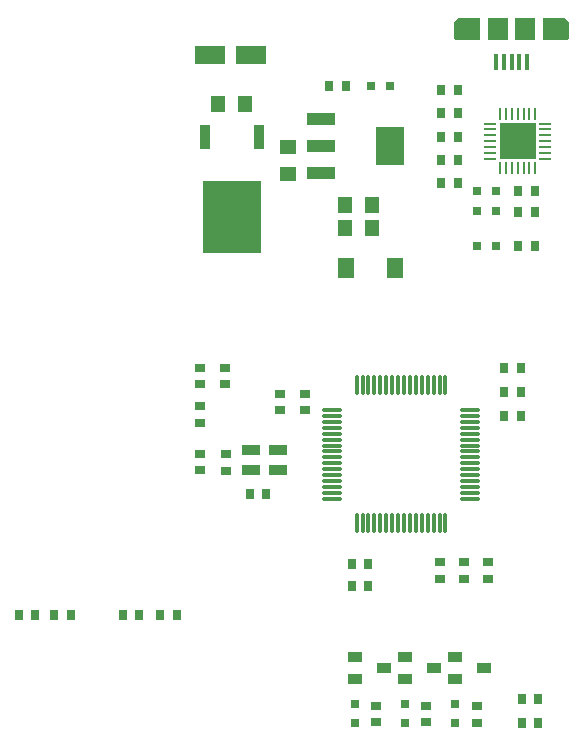
<source format=gtp>
%FSTAX23Y23*%
%MOIN*%
%SFA1B1*%

%IPPOS*%
%ADD19R,0.031500X0.037400*%
%ADD20R,0.037400X0.031500*%
%ADD21R,0.031500X0.031500*%
%ADD22R,0.031500X0.031500*%
%ADD23R,0.050000X0.055000*%
%ADD24R,0.055000X0.050000*%
%ADD25R,0.100400X0.063000*%
%ADD26R,0.057100X0.065000*%
%ADD27R,0.192900X0.244100*%
%ADD28R,0.037400X0.082700*%
%ADD29R,0.094500X0.039400*%
%ADD30R,0.094500X0.129900*%
%ADD31O,0.066900X0.011800*%
%ADD32O,0.011800X0.066900*%
%ADD33O,0.009800X0.041300*%
%ADD34O,0.041300X0.009800*%
%ADD35R,0.123200X0.123200*%
%ADD36R,0.061000X0.037400*%
%ADD37R,0.047200X0.033500*%
%ADD38R,0.070900X0.074800*%
%ADD39R,0.015700X0.053100*%
%LNpcb_bug_v2-1*%
%LPD*%
G36*
X03672Y03858D02*
X03596D01*
X03591Y0386*
X03588Y03863*
X03586Y03867*
Y0387*
Y03913*
Y03917*
X03589Y03924*
X03595Y0393*
X03602Y03933*
X03672*
Y03858*
G37*
G36*
X0396Y0393D02*
X03965Y03924D01*
X03968Y03917*
Y03913*
Y0387*
Y03867*
X03967Y03863*
X03963Y0386*
X03959Y03858*
X03882*
Y03933*
X03953*
X0396Y0393*
G37*
G54D19*
X038Y03356D03*
X03856D03*
X038Y03173D03*
X03856D03*
X038Y03287D03*
X03856D03*
X03752Y02767D03*
X03807D03*
X03752Y02687D03*
X03807D03*
Y02607D03*
X03752D03*
X02189Y01942D03*
X02134D03*
X02252D03*
X02307D03*
X02606Y01943D03*
X02661D03*
X02536D03*
X02481D03*
X033Y02039D03*
X03245D03*
X033Y02112D03*
X03245D03*
X02905Y02347D03*
X0296D03*
X03543Y03383D03*
X03598D03*
Y0346D03*
X03543D03*
X03598Y03537D03*
X03543D03*
X03598Y03615D03*
X03543D03*
X03598Y03692D03*
X03543D03*
X03225Y03705D03*
X0317D03*
X03811Y01664D03*
X03866D03*
X03811Y01584D03*
X03866D03*
G54D20*
X03661Y01583D03*
Y01639D03*
X03492Y01585D03*
Y0164D03*
X03326Y01585D03*
Y0164D03*
X03698Y02118D03*
Y02063D03*
X03617Y02118D03*
Y02063D03*
X03537D03*
Y02118D03*
X02821Y02767D03*
Y02712D03*
X02739Y02767D03*
Y02712D03*
Y02583D03*
Y02638D03*
X03089Y02625D03*
Y0268D03*
X03006Y02625D03*
Y0268D03*
X02826Y02424D03*
Y02479D03*
X02739Y02481D03*
Y02426D03*
G54D21*
X03588Y01646D03*
Y01583D03*
X03421Y01646D03*
Y01583D03*
X03254Y01646D03*
Y01583D03*
G54D22*
X03661Y03172D03*
X03724D03*
X03661Y03289D03*
X03724D03*
X03661Y03356D03*
X03724D03*
X03372Y03705D03*
X03309D03*
G54D23*
X03222Y03311D03*
X03312D03*
X03221Y03232D03*
X03311D03*
X02887Y03646D03*
X02797D03*
G54D24*
X03032Y03412D03*
Y03502D03*
G54D25*
X02773Y0381D03*
X0291D03*
G54D26*
X03226Y031D03*
X03388D03*
G54D27*
X02846Y0327D03*
G54D28*
X02756Y03536D03*
X02936D03*
G54D29*
X03143Y03597D03*
Y03506D03*
Y03416D03*
G54D30*
X03371Y03506D03*
G54D31*
X03178Y02625D03*
Y02606D03*
Y02586D03*
Y02566D03*
Y02547D03*
Y02527D03*
Y02507D03*
Y02488D03*
Y02468D03*
Y02448D03*
Y02429D03*
Y02409D03*
Y02389D03*
Y0237D03*
Y0235D03*
Y0233D03*
X03639D03*
Y0235D03*
Y0237D03*
Y02389D03*
Y02409D03*
Y02429D03*
Y02448D03*
Y02468D03*
Y02488D03*
Y02507D03*
Y02527D03*
Y02547D03*
Y02566D03*
Y02586D03*
Y02606D03*
Y02625D03*
G54D32*
X03261Y02248D03*
X03281D03*
X033D03*
X0332D03*
X0334D03*
X03359D03*
X03379D03*
X03399D03*
X03418D03*
X03438D03*
X03458D03*
X03478D03*
X03497D03*
X03517D03*
X03537D03*
X03556D03*
Y02708D03*
X03537D03*
X03517D03*
X03497D03*
X03478D03*
X03458D03*
X03438D03*
X03418D03*
X03399D03*
X03379D03*
X03359D03*
X0334D03*
X0332D03*
X033D03*
X03281D03*
X03261D03*
G54D33*
X03856Y03613D03*
X03836D03*
X03817D03*
X03797D03*
X03777D03*
X03757D03*
X03738D03*
Y03432D03*
X03757D03*
X03777D03*
X03797D03*
X03817D03*
X03836D03*
X03856D03*
G54D34*
X03706Y03581D03*
Y03562D03*
Y03542D03*
Y03522D03*
Y03503D03*
Y03483D03*
Y03463D03*
X03887D03*
Y03483D03*
Y03503D03*
Y03522D03*
Y03542D03*
Y03562D03*
Y03581D03*
G54D35*
X03797Y03522D03*
G54D36*
X02997Y02492D03*
Y02425D03*
X0291Y02492D03*
Y02425D03*
G54D37*
X03686Y01766D03*
X03587Y01729D03*
X03587Y01804D03*
X03519Y01766D03*
X03421Y01729D03*
X03421Y01804D03*
X03352Y01766D03*
X03254Y01729D03*
X03254Y01804D03*
G54D38*
X03732Y03895D03*
X03823D03*
G54D39*
X03828Y03785D03*
X03726D03*
X03803D03*
X03777D03*
X03752D03*
M02*
</source>
